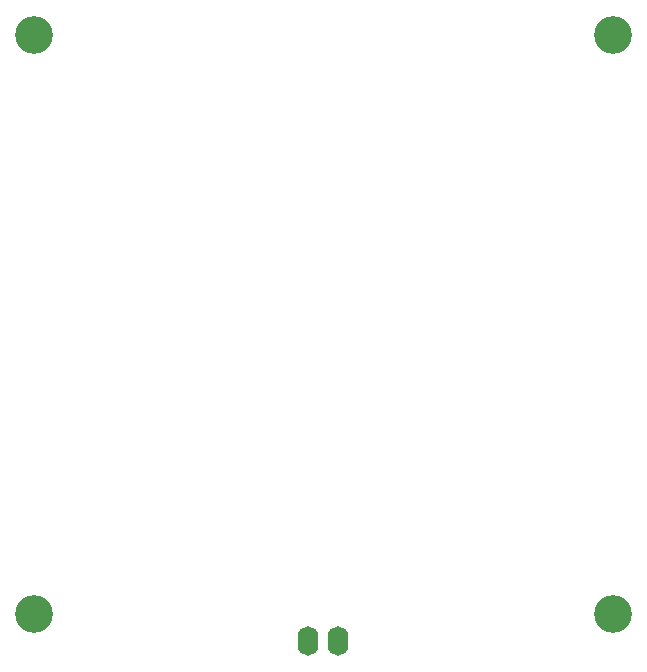
<source format=gbr>
%TF.GenerationSoftware,Altium Limited,Altium Designer,21.4.1 (30)*%
G04 Layer_Color=255*
%FSLAX42Y42*%
%MOMM*%
%TF.SameCoordinates,A5F8CCB8-1AD9-4863-A32E-EE0D6D21C85A*%
%TF.FilePolarity,Positive*%
%TF.FileFunction,Pads,Bot*%
%TF.Part,Single*%
G01*
G75*
%TA.AperFunction,ComponentPad*%
%ADD49O,1.75X2.50*%
%TA.AperFunction,ViaPad*%
%ADD50C,3.20*%
D49*
X117Y-2683D02*
D03*
X-137D02*
D03*
D50*
X-2450Y2450D02*
D03*
X2450D02*
D03*
Y-2450D02*
D03*
X-2450D02*
D03*
%TF.MD5,50cb6cb5e22e103d9c476ae9d147b19a*%
M02*

</source>
